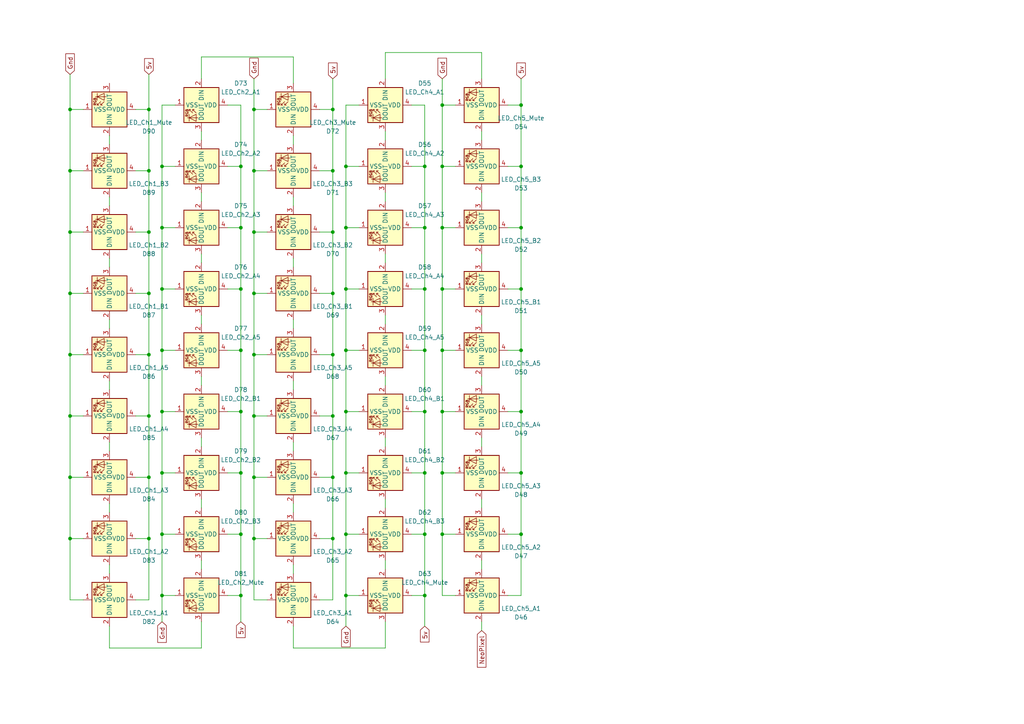
<source format=kicad_sch>
(kicad_sch (version 20231120) (generator "eeschema") (generator_version "8.0")
  (paper "A4")
  (lib_symbols
    (symbol "LED:LiteOn_LTST-E563C"
      (property "Reference" "D" (at 5.08 5.715 0))
      (property "Value" "LiteOn_LTST-E563C" (at 1.27 -5.715 0))
      (symbol "LiteOn_LTST-E563C_0_0"
        (text "RGB" (at 2.286 -4.191 0) (effects (font (size 0.762 0.762))))
      )
      (symbol "LiteOn_LTST-E563C_0_1"
        (polyline (pts (xy 1.27 -3.556) (xy 1.778 -3.556)))
        (polyline (pts (xy 1.27 -2.54) (xy 1.778 -2.54)))
        (polyline (pts (xy 4.699 -3.556) (xy 2.667 -3.556)))
        (polyline (pts (xy 2.286 -2.54) (xy 1.27 -3.556) (xy 1.27 -3.048)))
        (polyline (pts (xy 2.286 -1.524) (xy 1.27 -2.54) (xy 1.27 -2.032)))
        (polyline (pts (xy 3.683 -1.016) (xy 3.683 -3.556) (xy 3.683 -4.064)))
        (polyline (pts (xy 4.699 -1.524) (xy 2.667 -1.524) (xy 3.683 -3.556) (xy 4.699 -1.524)))
        (rectangle (start 5.08 5.08) (end -5.08 -5.08) (stroke (width 0.254)) (fill (type background)))
      )
      (symbol "LiteOn_LTST-E563C_1_1"
        (pin power_in line (at 0 -7.62 90) (length 2.54) (name "VSS") (number "1"))
        (pin input line (at -7.62 0 0) (length 2.54) (name "DIN") (number "2"))
        (pin output line (at 7.62 0 180) (length 2.54) (name "DOUT") (number "3"))
        (pin power_in line (at 0 7.62 270) (length 2.54) (name "VDD") (number "4"))
      )
    )
  )
  (junction (at 96.52 138.43))
  (junction (at 100.33 154.94))
  (junction (at 123.19 83.82))
  (junction (at 20.32 67.31))
  (junction (at 43.18 102.87))
  (junction (at 43.18 156.21))
  (junction (at 46.99 48.26))
  (junction (at 73.66 120.65))
  (junction (at 69.85 48.26))
  (junction (at 123.19 66.04))
  (junction (at 123.19 48.26))
  (junction (at 100.33 119.38))
  (junction (at 69.85 83.82))
  (junction (at 46.99 83.82))
  (junction (at 100.33 48.26))
  (junction (at 100.33 83.82))
  (junction (at 151.13 83.82))
  (junction (at 128.27 119.38))
  (junction (at 73.66 85.09))
  (junction (at 43.18 31.75))
  (junction (at 20.32 85.09))
  (junction (at 151.13 66.04))
  (junction (at 43.18 120.65))
  (junction (at 128.27 137.16))
  (junction (at 20.32 120.65))
  (junction (at 20.32 138.43))
  (junction (at 128.27 83.82))
  (junction (at 96.52 31.75))
  (junction (at 46.99 137.16))
  (junction (at 96.52 49.53))
  (junction (at 73.66 31.75))
  (junction (at 151.13 137.16))
  (junction (at 151.13 30.48))
  (junction (at 69.85 172.72))
  (junction (at 69.85 137.16))
  (junction (at 96.52 67.31))
  (junction (at 46.99 66.04))
  (junction (at 46.99 101.6))
  (junction (at 69.85 101.6))
  (junction (at 96.52 156.21))
  (junction (at 43.18 85.09))
  (junction (at 100.33 172.72))
  (junction (at 151.13 48.26))
  (junction (at 151.13 119.38))
  (junction (at 128.27 101.6))
  (junction (at 73.66 156.21))
  (junction (at 46.99 154.94))
  (junction (at 73.66 138.43))
  (junction (at 128.27 154.94))
  (junction (at 96.52 120.65))
  (junction (at 100.33 137.16))
  (junction (at 96.52 85.09))
  (junction (at 151.13 154.94))
  (junction (at 20.32 31.75))
  (junction (at 69.85 154.94))
  (junction (at 96.52 102.87))
  (junction (at 69.85 119.38))
  (junction (at 128.27 30.48))
  (junction (at 43.18 49.53))
  (junction (at 20.32 49.53))
  (junction (at 123.19 119.38))
  (junction (at 43.18 138.43))
  (junction (at 123.19 172.72))
  (junction (at 46.99 119.38))
  (junction (at 100.33 66.04))
  (junction (at 46.99 172.72))
  (junction (at 123.19 101.6))
  (junction (at 73.66 49.53))
  (junction (at 43.18 67.31))
  (junction (at 123.19 137.16))
  (junction (at 20.32 156.21))
  (junction (at 123.19 154.94))
  (junction (at 73.66 67.31))
  (junction (at 128.27 48.26))
  (junction (at 69.85 66.04))
  (junction (at 100.33 101.6))
  (junction (at 128.27 66.04))
  (junction (at 73.66 102.87))
  (junction (at 151.13 101.6))
  (junction (at 20.32 102.87))
  (wire (pts (xy 96.52 138.43) (xy 96.52 156.21)))
  (wire (pts (xy 119.38 172.72) (xy 123.19 172.72)))
  (wire (pts (xy 39.37 120.65) (xy 43.18 120.65)))
  (wire (pts (xy 147.32 48.26) (xy 151.13 48.26)))
  (wire (pts (xy 96.52 85.09) (xy 96.52 102.87)))
  (wire (pts (xy 73.66 49.53) (xy 77.47 49.53)))
  (wire (pts (xy 31.75 163.83) (xy 31.75 166.37)))
  (wire (pts (xy 139.7 38.1) (xy 139.7 40.64)))
  (wire (pts (xy 39.37 31.75) (xy 43.18 31.75)))
  (wire (pts (xy 128.27 48.26) (xy 132.08 48.26)))
  (wire (pts (xy 85.09 146.05) (xy 85.09 148.59)))
  (wire (pts (xy 20.32 173.99) (xy 24.13 173.99)))
  (wire (pts (xy 66.04 66.04) (xy 69.85 66.04)))
  (wire (pts (xy 73.66 138.43) (xy 73.66 156.21)))
  (wire (pts (xy 73.66 120.65) (xy 73.66 138.43)))
  (wire (pts (xy 39.37 67.31) (xy 43.18 67.31)))
  (wire (pts (xy 69.85 137.16) (xy 69.85 119.38)))
  (wire (pts (xy 92.71 156.21) (xy 96.52 156.21)))
  (wire (pts (xy 85.09 163.83) (xy 85.09 166.37)))
  (wire (pts (xy 46.99 172.72) (xy 46.99 154.94)))
  (wire (pts (xy 128.27 119.38) (xy 132.08 119.38)))
  (wire (pts (xy 147.32 101.6) (xy 151.13 101.6)))
  (wire (pts (xy 73.66 49.53) (xy 73.66 67.31)))
  (wire (pts (xy 96.52 67.31) (xy 96.52 85.09)))
  (wire (pts (xy 96.52 102.87) (xy 96.52 120.65)))
  (wire (pts (xy 46.99 83.82) (xy 46.99 66.04)))
  (wire (pts (xy 100.33 101.6) (xy 100.33 83.82)))
  (wire (pts (xy 100.33 30.48) (xy 104.14 30.48)))
  (wire (pts (xy 58.42 187.96) (xy 58.42 180.34)))
  (wire (pts (xy 151.13 22.86) (xy 151.13 30.48)))
  (wire (pts (xy 139.7 73.66) (xy 139.7 76.2)))
  (wire (pts (xy 31.75 181.61) (xy 31.75 187.96)))
  (wire (pts (xy 100.33 154.94) (xy 100.33 137.16)))
  (wire (pts (xy 151.13 48.26) (xy 151.13 66.04)))
  (wire (pts (xy 119.38 154.94) (xy 123.19 154.94)))
  (wire (pts (xy 46.99 119.38) (xy 46.99 101.6)))
  (wire (pts (xy 111.76 40.64) (xy 111.76 38.1)))
  (wire (pts (xy 66.04 119.38) (xy 69.85 119.38)))
  (wire (pts (xy 85.09 110.49) (xy 85.09 113.03)))
  (wire (pts (xy 128.27 101.6) (xy 128.27 119.38)))
  (wire (pts (xy 123.19 172.72) (xy 123.19 154.94)))
  (wire (pts (xy 139.7 144.78) (xy 139.7 147.32)))
  (wire (pts (xy 69.85 48.26) (xy 69.85 30.48)))
  (wire (pts (xy 139.7 109.22) (xy 139.7 111.76)))
  (wire (pts (xy 92.71 85.09) (xy 96.52 85.09)))
  (wire (pts (xy 46.99 101.6) (xy 46.99 83.82)))
  (wire (pts (xy 66.04 137.16) (xy 69.85 137.16)))
  (wire (pts (xy 128.27 83.82) (xy 128.27 101.6)))
  (wire (pts (xy 20.32 67.31) (xy 20.32 85.09)))
  (wire (pts (xy 128.27 137.16) (xy 128.27 154.94)))
  (wire (pts (xy 111.76 58.42) (xy 111.76 55.88)))
  (wire (pts (xy 46.99 172.72) (xy 46.99 180.34)))
  (wire (pts (xy 123.19 172.72) (xy 123.19 181.61)))
  (wire (pts (xy 39.37 156.21) (xy 43.18 156.21)))
  (wire (pts (xy 92.71 49.53) (xy 96.52 49.53)))
  (wire (pts (xy 100.33 83.82) (xy 104.14 83.82)))
  (wire (pts (xy 151.13 101.6) (xy 151.13 119.38)))
  (wire (pts (xy 69.85 66.04) (xy 69.85 48.26)))
  (wire (pts (xy 46.99 101.6) (xy 50.8 101.6)))
  (wire (pts (xy 111.76 15.24) (xy 139.7 15.24)))
  (wire (pts (xy 20.32 102.87) (xy 20.32 120.65)))
  (wire (pts (xy 31.75 187.96) (xy 58.42 187.96)))
  (wire (pts (xy 100.33 48.26) (xy 100.33 30.48)))
  (wire (pts (xy 43.18 67.31) (xy 43.18 85.09)))
  (wire (pts (xy 46.99 137.16) (xy 50.8 137.16)))
  (wire (pts (xy 128.27 154.94) (xy 128.27 172.72)))
  (wire (pts (xy 58.42 111.76) (xy 58.42 109.22)))
  (wire (pts (xy 128.27 101.6) (xy 132.08 101.6)))
  (wire (pts (xy 73.66 102.87) (xy 73.66 120.65)))
  (wire (pts (xy 20.32 49.53) (xy 24.13 49.53)))
  (wire (pts (xy 46.99 30.48) (xy 50.8 30.48)))
  (wire (pts (xy 69.85 119.38) (xy 69.85 101.6)))
  (wire (pts (xy 46.99 48.26) (xy 46.99 30.48)))
  (wire (pts (xy 111.76 187.96) (xy 111.76 180.34)))
  (wire (pts (xy 96.52 173.99) (xy 92.71 173.99)))
  (wire (pts (xy 20.32 67.31) (xy 24.13 67.31)))
  (wire (pts (xy 128.27 48.26) (xy 128.27 66.04)))
  (wire (pts (xy 119.38 83.82) (xy 123.19 83.82)))
  (wire (pts (xy 147.32 119.38) (xy 151.13 119.38)))
  (wire (pts (xy 111.76 93.98) (xy 111.76 91.44)))
  (wire (pts (xy 69.85 172.72) (xy 69.85 154.94)))
  (wire (pts (xy 46.99 48.26) (xy 50.8 48.26)))
  (wire (pts (xy 73.66 173.99) (xy 77.47 173.99)))
  (wire (pts (xy 96.52 49.53) (xy 96.52 67.31)))
  (wire (pts (xy 73.66 85.09) (xy 73.66 102.87)))
  (wire (pts (xy 20.32 102.87) (xy 24.13 102.87)))
  (wire (pts (xy 92.71 67.31) (xy 96.52 67.31)))
  (wire (pts (xy 20.32 31.75) (xy 20.32 49.53)))
  (wire (pts (xy 73.66 31.75) (xy 77.47 31.75)))
  (wire (pts (xy 73.66 138.43) (xy 77.47 138.43)))
  (wire (pts (xy 100.33 119.38) (xy 104.14 119.38)))
  (wire (pts (xy 66.04 172.72) (xy 69.85 172.72)))
  (wire (pts (xy 31.75 110.49) (xy 31.75 113.03)))
  (wire (pts (xy 151.13 137.16) (xy 151.13 154.94)))
  (wire (pts (xy 31.75 146.05) (xy 31.75 148.59)))
  (wire (pts (xy 20.32 85.09) (xy 24.13 85.09)))
  (wire (pts (xy 111.76 76.2) (xy 111.76 73.66)))
  (wire (pts (xy 128.27 172.72) (xy 132.08 172.72)))
  (wire (pts (xy 66.04 48.26) (xy 69.85 48.26)))
  (wire (pts (xy 96.52 31.75) (xy 96.52 49.53)))
  (wire (pts (xy 139.7 15.24) (xy 139.7 22.86)))
  (wire (pts (xy 20.32 138.43) (xy 20.32 156.21)))
  (wire (pts (xy 85.09 128.27) (xy 85.09 130.81)))
  (wire (pts (xy 39.37 102.87) (xy 43.18 102.87)))
  (wire (pts (xy 43.18 49.53) (xy 43.18 67.31)))
  (wire (pts (xy 20.32 138.43) (xy 24.13 138.43)))
  (wire (pts (xy 66.04 101.6) (xy 69.85 101.6)))
  (wire (pts (xy 20.32 156.21) (xy 24.13 156.21)))
  (wire (pts (xy 119.38 137.16) (xy 123.19 137.16)))
  (wire (pts (xy 39.37 49.53) (xy 43.18 49.53)))
  (wire (pts (xy 151.13 66.04) (xy 151.13 83.82)))
  (wire (pts (xy 100.33 137.16) (xy 100.33 119.38)))
  (wire (pts (xy 43.18 31.75) (xy 43.18 49.53)))
  (wire (pts (xy 85.09 39.37) (xy 85.09 41.91)))
  (wire (pts (xy 46.99 119.38) (xy 50.8 119.38)))
  (wire (pts (xy 46.99 154.94) (xy 46.99 137.16)))
  (wire (pts (xy 100.33 172.72) (xy 100.33 181.61)))
  (wire (pts (xy 128.27 119.38) (xy 128.27 137.16)))
  (wire (pts (xy 66.04 83.82) (xy 69.85 83.82)))
  (wire (pts (xy 123.19 154.94) (xy 123.19 137.16)))
  (wire (pts (xy 46.99 66.04) (xy 50.8 66.04)))
  (wire (pts (xy 151.13 30.48) (xy 151.13 48.26)))
  (wire (pts (xy 43.18 173.99) (xy 39.37 173.99)))
  (wire (pts (xy 123.19 137.16) (xy 123.19 119.38)))
  (wire (pts (xy 43.18 102.87) (xy 43.18 120.65)))
  (wire (pts (xy 147.32 137.16) (xy 151.13 137.16)))
  (wire (pts (xy 100.33 172.72) (xy 104.14 172.72)))
  (wire (pts (xy 69.85 101.6) (xy 69.85 83.82)))
  (wire (pts (xy 43.18 120.65) (xy 43.18 138.43)))
  (wire (pts (xy 73.66 120.65) (xy 77.47 120.65)))
  (wire (pts (xy 96.52 156.21) (xy 96.52 173.99)))
  (wire (pts (xy 58.42 76.2) (xy 58.42 73.66)))
  (wire (pts (xy 73.66 102.87) (xy 77.47 102.87)))
  (wire (pts (xy 31.75 92.71) (xy 31.75 95.25)))
  (wire (pts (xy 85.09 187.96) (xy 111.76 187.96)))
  (wire (pts (xy 20.32 120.65) (xy 24.13 120.65)))
  (wire (pts (xy 100.33 48.26) (xy 104.14 48.26)))
  (wire (pts (xy 123.19 101.6) (xy 123.19 83.82)))
  (wire (pts (xy 31.75 57.15) (xy 31.75 59.69)))
  (wire (pts (xy 111.76 129.54) (xy 111.76 127)))
  (wire (pts (xy 92.71 138.43) (xy 96.52 138.43)))
  (wire (pts (xy 92.71 120.65) (xy 96.52 120.65)))
  (wire (pts (xy 20.32 21.59) (xy 20.32 31.75)))
  (wire (pts (xy 119.38 119.38) (xy 123.19 119.38)))
  (wire (pts (xy 39.37 138.43) (xy 43.18 138.43)))
  (wire (pts (xy 147.32 154.94) (xy 151.13 154.94)))
  (wire (pts (xy 128.27 30.48) (xy 128.27 48.26)))
  (wire (pts (xy 128.27 66.04) (xy 132.08 66.04)))
  (wire (pts (xy 31.75 128.27) (xy 31.75 130.81)))
  (wire (pts (xy 96.52 120.65) (xy 96.52 138.43)))
  (wire (pts (xy 100.33 101.6) (xy 104.14 101.6)))
  (wire (pts (xy 119.38 48.26) (xy 123.19 48.26)))
  (wire (pts (xy 39.37 85.09) (xy 43.18 85.09)))
  (wire (pts (xy 123.19 48.26) (xy 123.19 30.48)))
  (wire (pts (xy 139.7 91.44) (xy 139.7 93.98)))
  (wire (pts (xy 100.33 119.38) (xy 100.33 101.6)))
  (wire (pts (xy 119.38 101.6) (xy 123.19 101.6)))
  (wire (pts (xy 151.13 172.72) (xy 147.32 172.72)))
  (wire (pts (xy 69.85 154.94) (xy 69.85 137.16)))
  (wire (pts (xy 31.75 74.93) (xy 31.75 77.47)))
  (wire (pts (xy 58.42 165.1) (xy 58.42 162.56)))
  (wire (pts (xy 73.66 156.21) (xy 77.47 156.21)))
  (wire (pts (xy 46.99 137.16) (xy 46.99 119.38)))
  (wire (pts (xy 111.76 22.86) (xy 111.76 15.24)))
  (wire (pts (xy 123.19 83.82) (xy 123.19 66.04)))
  (wire (pts (xy 58.42 58.42) (xy 58.42 55.88)))
  (wire (pts (xy 151.13 119.38) (xy 151.13 137.16)))
  (wire (pts (xy 58.42 147.32) (xy 58.42 144.78)))
  (wire (pts (xy 147.32 66.04) (xy 151.13 66.04)))
  (wire (pts (xy 85.09 181.61) (xy 85.09 187.96)))
  (wire (pts (xy 20.32 156.21) (xy 20.32 173.99)))
  (wire (pts (xy 100.33 137.16) (xy 104.14 137.16)))
  (wire (pts (xy 139.7 55.88) (xy 139.7 58.42)))
  (wire (pts (xy 123.19 119.38) (xy 123.19 101.6)))
  (wire (pts (xy 128.27 154.94) (xy 132.08 154.94)))
  (wire (pts (xy 46.99 83.82) (xy 50.8 83.82)))
  (wire (pts (xy 73.66 67.31) (xy 73.66 85.09)))
  (wire (pts (xy 85.09 74.93) (xy 85.09 77.47)))
  (wire (pts (xy 46.99 154.94) (xy 50.8 154.94)))
  (wire (pts (xy 128.27 22.86) (xy 128.27 30.48)))
  (wire (pts (xy 31.75 39.37) (xy 31.75 41.91)))
  (wire (pts (xy 20.32 49.53) (xy 20.32 67.31)))
  (wire (pts (xy 43.18 138.43) (xy 43.18 156.21)))
  (wire (pts (xy 139.7 162.56) (xy 139.7 165.1)))
  (wire (pts (xy 128.27 83.82) (xy 132.08 83.82)))
  (wire (pts (xy 46.99 66.04) (xy 46.99 48.26)))
  (wire (pts (xy 151.13 83.82) (xy 151.13 101.6)))
  (wire (pts (xy 43.18 21.59) (xy 43.18 31.75)))
  (wire (pts (xy 100.33 83.82) (xy 100.33 66.04)))
  (wire (pts (xy 151.13 154.94) (xy 151.13 172.72)))
  (wire (pts (xy 73.66 85.09) (xy 77.47 85.09)))
  (wire (pts (xy 128.27 66.04) (xy 128.27 83.82)))
  (wire (pts (xy 100.33 66.04) (xy 100.33 48.26)))
  (wire (pts (xy 111.76 111.76) (xy 111.76 109.22)))
  (wire (pts (xy 73.66 31.75) (xy 73.66 49.53)))
  (wire (pts (xy 58.42 22.86) (xy 58.42 16.51)))
  (wire (pts (xy 85.09 16.51) (xy 85.09 24.13)))
  (wire (pts (xy 43.18 156.21) (xy 43.18 173.99)))
  (wire (pts (xy 119.38 66.04) (xy 123.19 66.04)))
  (wire (pts (xy 73.66 156.21) (xy 73.66 173.99)))
  (wire (pts (xy 58.42 40.64) (xy 58.42 38.1)))
  (wire (pts (xy 128.27 30.48) (xy 132.08 30.48)))
  (wire (pts (xy 69.85 30.48) (xy 66.04 30.48)))
  (wire (pts (xy 85.09 57.15) (xy 85.09 59.69)))
  (wire (pts (xy 123.19 30.48) (xy 119.38 30.48)))
  (wire (pts (xy 58.42 93.98) (xy 58.42 91.44)))
  (wire (pts (xy 111.76 147.32) (xy 111.76 144.78)))
  (wire (pts (xy 96.52 22.86) (xy 96.52 31.75)))
  (wire (pts (xy 69.85 172.72) (xy 69.85 180.34)))
  (wire (pts (xy 147.32 83.82) (xy 151.13 83.82)))
  (wire (pts (xy 100.33 154.94) (xy 104.14 154.94)))
  (wire (pts (xy 73.66 22.86) (xy 73.66 31.75)))
  (wire (pts (xy 46.99 172.72) (xy 50.8 172.72)))
  (wire (pts (xy 147.32 30.48) (xy 151.13 30.48)))
  (wire (pts (xy 58.42 129.54) (xy 58.42 127)))
  (wire (pts (xy 123.19 66.04) (xy 123.19 48.26)))
  (wire (pts (xy 92.71 31.75) (xy 96.52 31.75)))
  (wire (pts (xy 20.32 120.65) (xy 20.32 138.43)))
  (wire (pts (xy 139.7 127) (xy 139.7 129.54)))
  (wire (pts (xy 20.32 85.09) (xy 20.32 102.87)))
  (wire (pts (xy 58.42 16.51) (xy 85.09 16.51)))
  (wire (pts (xy 43.18 85.09) (xy 43.18 102.87)))
  (wire (pts (xy 92.71 102.87) (xy 96.52 102.87)))
  (wire (pts (xy 139.7 180.34) (xy 139.7 182.88)))
  (wire (pts (xy 20.32 31.75) (xy 24.13 31.75)))
  (wire (pts (xy 69.85 83.82) (xy 69.85 66.04)))
  (wire (pts (xy 128.27 137.16) (xy 132.08 137.16)))
  (wire (pts (xy 66.04 154.94) (xy 69.85 154.94)))
  (wire (pts (xy 100.33 66.04) (xy 104.14 66.04)))
  (wire (pts (xy 85.09 92.71) (xy 85.09 95.25)))
  (wire (pts (xy 111.76 165.1) (xy 111.76 162.56)))
  (wire (pts (xy 100.33 172.72) (xy 100.33 154.94)))
  (wire (pts (xy 73.66 67.31) (xy 77.47 67.31)))
  (global_label "5v" (shape input) (at 43.18 21.59 90) (property "Intersheetrefs" "${INTERSHEET_REFS}" (effects (hide yes))))
  (global_label "Gnd" (shape input) (at 128.27 22.86 90) (property "Intersheetrefs" "${INTERSHEET_REFS}" (effects (hide yes))))
  (global_label "5v" (shape input) (at 151.13 22.86 90) (property "Intersheetrefs" "${INTERSHEET_REFS}" (effects (hide yes))))
  (global_label "5v" (shape input) (at 96.52 22.86 90) (property "Intersheetrefs" "${INTERSHEET_REFS}" (effects (hide yes))))
  (global_label "5v" (shape input) (at 123.19 181.61 270) (property "Intersheetrefs" "${INTERSHEET_REFS}" (effects (hide yes))))
  (global_label "Gnd" (shape input) (at 73.66 22.86 90) (property "Intersheetrefs" "${INTERSHEET_REFS}" (effects (hide yes))))
  (global_label "Gnd" (shape input) (at 20.32 21.59 90) (property "Intersheetrefs" "${INTERSHEET_REFS}" (effects (hide yes))))
  (global_label "Gnd" (shape input) (at 100.33 181.61 270) (property "Intersheetrefs" "${INTERSHEET_REFS}" (effects (hide yes))))
  (global_label "NeoPixel" (shape input) (at 139.7 182.88 270) (property "Intersheetrefs" "${INTERSHEET_REFS}" (effects (hide yes))))
  (global_label "Gnd" (shape input) (at 46.99 180.34 270) (property "Intersheetrefs" "${INTERSHEET_REFS}" (effects (hide yes))))
  (global_label "5v" (shape input) (at 69.85 180.34 270) (property "Intersheetrefs" "${INTERSHEET_REFS}" (effects (hide yes))))
  (symbol (lib_id "LED:LiteOn_LTST-E563C") (at 58.42 83.82 270) (unit 1)
    (property "Reference" "D76" (at 69.85 77.5014 90))
    (property "Value" "LED_Ch2_A4" (at 69.85 80.0414 90))
    (property "Footprint" "LED_SMD:LED_LiteOn_LTST-E563C_PLCC4_5.0x5.0mm_P3.2mm_HandSoldering" (effects (hide yes)))
    (property "Datasheet" "https://optoelectronics.liteon.com/upload/download/DS35-2018-0092/LTST-E563CHEGBW-AW.PDF" (effects (hide yes)))
    (property "Description" "5x5mm RGB LED with integrated controller" (effects (hide yes)))
  )
  (symbol (lib_id "LED:LiteOn_LTST-E563C") (at 58.42 137.16 270) (unit 1)
    (property "Reference" "D79" (at 69.85 130.8414 90))
    (property "Value" "LED_Ch2_B2" (at 69.85 133.3814 90))
    (property "Footprint" "LED_SMD:LED_LiteOn_LTST-E563C_PLCC4_5.0x5.0mm_P3.2mm_HandSoldering" (effects (hide yes)))
    (property "Datasheet" "https://optoelectronics.liteon.com/upload/download/DS35-2018-0092/LTST-E563CHEGBW-AW.PDF" (effects (hide yes)))
    (property "Description" "5x5mm RGB LED with integrated controller" (effects (hide yes)))
  )
  (symbol (lib_id "LED:LiteOn_LTST-E563C") (at 85.09 156.21 270) (mirror x) (unit 1)
    (property "Reference" "D65" (at 96.52 162.5286 90))
    (property "Value" "LED_Ch3_A2" (at 96.52 159.9886 90))
    (property "Footprint" "LED_SMD:LED_LiteOn_LTST-E563C_PLCC4_5.0x5.0mm_P3.2mm_HandSoldering" (effects (hide yes)))
    (property "Datasheet" "https://optoelectronics.liteon.com/upload/download/DS35-2018-0092/LTST-E563CHEGBW-AW.PDF" (effects (hide yes)))
    (property "Description" "5x5mm RGB LED with integrated controller" (effects (hide yes)))
  )
  (symbol (lib_id "LED:LiteOn_LTST-E563C") (at 139.7 101.6 270) (mirror x) (unit 1)
    (property "Reference" "D50" (at 151.13 107.9186 90))
    (property "Value" "LED_Ch5_A5" (at 151.13 105.3786 90))
    (property "Footprint" "LED_SMD:LED_LiteOn_LTST-E563C_PLCC4_5.0x5.0mm_P3.2mm_HandSoldering" (effects (hide yes)))
    (property "Datasheet" "https://optoelectronics.liteon.com/upload/download/DS35-2018-0092/LTST-E563CHEGBW-AW.PDF" (effects (hide yes)))
    (property "Description" "5x5mm RGB LED with integrated controller" (effects (hide yes)))
  )
  (symbol (lib_id "LED:LiteOn_LTST-E563C") (at 31.75 85.09 270) (mirror x) (unit 1)
    (property "Reference" "D87" (at 43.18 91.4086 90))
    (property "Value" "LED_Ch1_B1" (at 43.18 88.8686 90))
    (property "Footprint" "LED_SMD:LED_LiteOn_LTST-E563C_PLCC4_5.0x5.0mm_P3.2mm_HandSoldering" (effects (hide yes)))
    (property "Datasheet" "https://optoelectronics.liteon.com/upload/download/DS35-2018-0092/LTST-E563CHEGBW-AW.PDF" (effects (hide yes)))
    (property "Description" "5x5mm RGB LED with integrated controller" (effects (hide yes)))
  )
  (symbol (lib_id "LED:LiteOn_LTST-E563C") (at 111.76 101.6 270) (unit 1)
    (property "Reference" "D59" (at 123.19 95.2814 90))
    (property "Value" "LED_Ch4_A5" (at 123.19 97.8214 90))
    (property "Footprint" "LED_SMD:LED_LiteOn_LTST-E563C_PLCC4_5.0x5.0mm_P3.2mm_HandSoldering" (effects (hide yes)))
    (property "Datasheet" "https://optoelectronics.liteon.com/upload/download/DS35-2018-0092/LTST-E563CHEGBW-AW.PDF" (effects (hide yes)))
    (property "Description" "5x5mm RGB LED with integrated controller" (effects (hide yes)))
  )
  (symbol (lib_id "LED:LiteOn_LTST-E563C") (at 139.7 172.72 270) (mirror x) (unit 1)
    (property "Reference" "D46" (at 151.13 179.0386 90))
    (property "Value" "LED_Ch5_A1" (at 151.13 176.4986 90))
    (property "Footprint" "LED_SMD:LED_LiteOn_LTST-E563C_PLCC4_5.0x5.0mm_P3.2mm_HandSoldering" (effects (hide yes)))
    (property "Datasheet" "https://optoelectronics.liteon.com/upload/download/DS35-2018-0092/LTST-E563CHEGBW-AW.PDF" (effects (hide yes)))
    (property "Description" "5x5mm RGB LED with integrated controller" (effects (hide yes)))
  )
  (symbol (lib_id "LED:LiteOn_LTST-E563C") (at 85.09 67.31 270) (mirror x) (unit 1)
    (property "Reference" "D70" (at 96.52 73.6286 90))
    (property "Value" "LED_Ch3_B2" (at 96.52 71.0886 90))
    (property "Footprint" "LED_SMD:LED_LiteOn_LTST-E563C_PLCC4_5.0x5.0mm_P3.2mm_HandSoldering" (effects (hide yes)))
    (property "Datasheet" "https://optoelectronics.liteon.com/upload/download/DS35-2018-0092/LTST-E563CHEGBW-AW.PDF" (effects (hide yes)))
    (property "Description" "5x5mm RGB LED with integrated controller" (effects (hide yes)))
  )
  (symbol (lib_id "LED:LiteOn_LTST-E563C") (at 31.75 173.99 270) (mirror x) (unit 1)
    (property "Reference" "D82" (at 43.18 180.3086 90))
    (property "Value" "LED_Ch1_A1" (at 43.18 177.7686 90))
    (property "Footprint" "LED_SMD:LED_LiteOn_LTST-E563C_PLCC4_5.0x5.0mm_P3.2mm_HandSoldering" (effects (hide yes)))
    (property "Datasheet" "https://optoelectronics.liteon.com/upload/download/DS35-2018-0092/LTST-E563CHEGBW-AW.PDF" (effects (hide yes)))
    (property "Description" "5x5mm RGB LED with integrated controller" (effects (hide yes)))
  )
  (symbol (lib_id "LED:LiteOn_LTST-E563C") (at 58.42 154.94 270) (unit 1)
    (property "Reference" "D80" (at 69.85 148.6214 90))
    (property "Value" "LED_Ch2_B3" (at 69.85 151.1614 90))
    (property "Footprint" "LED_SMD:LED_LiteOn_LTST-E563C_PLCC4_5.0x5.0mm_P3.2mm_HandSoldering" (effects (hide yes)))
    (property "Datasheet" "https://optoelectronics.liteon.com/upload/download/DS35-2018-0092/LTST-E563CHEGBW-AW.PDF" (effects (hide yes)))
    (property "Description" "5x5mm RGB LED with integrated controller" (effects (hide yes)))
  )
  (symbol (lib_id "LED:LiteOn_LTST-E563C") (at 85.09 173.99 270) (mirror x) (unit 1)
    (property "Reference" "D64" (at 96.52 180.3086 90))
    (property "Value" "LED_Ch3_A1" (at 96.52 177.7686 90))
    (property "Footprint" "LED_SMD:LED_LiteOn_LTST-E563C_PLCC4_5.0x5.0mm_P3.2mm_HandSoldering" (effects (hide yes)))
    (property "Datasheet" "https://optoelectronics.liteon.com/upload/download/DS35-2018-0092/LTST-E563CHEGBW-AW.PDF" (effects (hide yes)))
    (property "Description" "5x5mm RGB LED with integrated controller" (effects (hide yes)))
  )
  (symbol (lib_id "LED:LiteOn_LTST-E563C") (at 85.09 120.65 270) (mirror x) (unit 1)
    (property "Reference" "D67" (at 96.52 126.9686 90))
    (property "Value" "LED_Ch3_A4" (at 96.52 124.4286 90))
    (property "Footprint" "LED_SMD:LED_LiteOn_LTST-E563C_PLCC4_5.0x5.0mm_P3.2mm_HandSoldering" (effects (hide yes)))
    (property "Datasheet" "https://optoelectronics.liteon.com/upload/download/DS35-2018-0092/LTST-E563CHEGBW-AW.PDF" (effects (hide yes)))
    (property "Description" "5x5mm RGB LED with integrated controller" (effects (hide yes)))
  )
  (symbol (lib_id "LED:LiteOn_LTST-E563C") (at 85.09 31.75 270) (mirror x) (unit 1)
    (property "Reference" "D72" (at 96.52 38.0686 90))
    (property "Value" "LED_Ch3_Mute" (at 96.52 35.5286 90))
    (property "Footprint" "LED_SMD:LED_LiteOn_LTST-E563C_PLCC4_5.0x5.0mm_P3.2mm_HandSoldering" (effects (hide yes)))
    (property "Datasheet" "https://optoelectronics.liteon.com/upload/download/DS35-2018-0092/LTST-E563CHEGBW-AW.PDF" (effects (hide yes)))
    (property "Description" "5x5mm RGB LED with integrated controller" (effects (hide yes)))
  )
  (symbol (lib_id "LED:LiteOn_LTST-E563C") (at 85.09 85.09 270) (mirror x) (unit 1)
    (property "Reference" "D69" (at 96.52 91.4086 90))
    (property "Value" "LED_Ch3_B1" (at 96.52 88.8686 90))
    (property "Footprint" "LED_SMD:LED_LiteOn_LTST-E563C_PLCC4_5.0x5.0mm_P3.2mm_HandSoldering" (effects (hide yes)))
    (property "Datasheet" "https://optoelectronics.liteon.com/upload/download/DS35-2018-0092/LTST-E563CHEGBW-AW.PDF" (effects (hide yes)))
    (property "Description" "5x5mm RGB LED with integrated controller" (effects (hide yes)))
  )
  (symbol (lib_id "LED:LiteOn_LTST-E563C") (at 139.7 66.04 270) (mirror x) (unit 1)
    (property "Reference" "D52" (at 151.13 72.3586 90))
    (property "Value" "LED_Ch5_B2" (at 151.13 69.8186 90))
    (property "Footprint" "LED_SMD:LED_LiteOn_LTST-E563C_PLCC4_5.0x5.0mm_P3.2mm_HandSoldering" (effects (hide yes)))
    (property "Datasheet" "https://optoelectronics.liteon.com/upload/download/DS35-2018-0092/LTST-E563CHEGBW-AW.PDF" (effects (hide yes)))
    (property "Description" "5x5mm RGB LED with integrated controller" (effects (hide yes)))
  )
  (symbol (lib_id "LED:LiteOn_LTST-E563C") (at 111.76 172.72 270) (unit 1)
    (property "Reference" "D63" (at 123.19 166.4014 90))
    (property "Value" "LED_Ch4_Mute" (at 123.19 168.9414 90))
    (property "Footprint" "LED_SMD:LED_LiteOn_LTST-E563C_PLCC4_5.0x5.0mm_P3.2mm_HandSoldering" (effects (hide yes)))
    (property "Datasheet" "https://optoelectronics.liteon.com/upload/download/DS35-2018-0092/LTST-E563CHEGBW-AW.PDF" (effects (hide yes)))
    (property "Description" "5x5mm RGB LED with integrated controller" (effects (hide yes)))
  )
  (symbol (lib_id "LED:LiteOn_LTST-E563C") (at 139.7 137.16 270) (mirror x) (unit 1)
    (property "Reference" "D48" (at 151.13 143.4786 90))
    (property "Value" "LED_Ch5_A3" (at 151.13 140.9386 90))
    (property "Footprint" "LED_SMD:LED_LiteOn_LTST-E563C_PLCC4_5.0x5.0mm_P3.2mm_HandSoldering" (effects (hide yes)))
    (property "Datasheet" "https://optoelectronics.liteon.com/upload/download/DS35-2018-0092/LTST-E563CHEGBW-AW.PDF" (effects (hide yes)))
    (property "Description" "5x5mm RGB LED with integrated controller" (effects (hide yes)))
  )
  (symbol (lib_id "LED:LiteOn_LTST-E563C") (at 139.7 83.82 270) (mirror x) (unit 1)
    (property "Reference" "D51" (at 151.13 90.1386 90))
    (property "Value" "LED_Ch5_B1" (at 151.13 87.5986 90))
    (property "Footprint" "LED_SMD:LED_LiteOn_LTST-E563C_PLCC4_5.0x5.0mm_P3.2mm_HandSoldering" (effects (hide yes)))
    (property "Datasheet" "https://optoelectronics.liteon.com/upload/download/DS35-2018-0092/LTST-E563CHEGBW-AW.PDF" (effects (hide yes)))
    (property "Description" "5x5mm RGB LED with integrated controller" (effects (hide yes)))
  )
  (symbol (lib_id "LED:LiteOn_LTST-E563C") (at 111.76 48.26 270) (unit 1)
    (property "Reference" "D56" (at 123.19 41.9414 90))
    (property "Value" "LED_Ch4_A2" (at 123.19 44.4814 90))
    (property "Footprint" "LED_SMD:LED_LiteOn_LTST-E563C_PLCC4_5.0x5.0mm_P3.2mm_HandSoldering" (effects (hide yes)))
    (property "Datasheet" "https://optoelectronics.liteon.com/upload/download/DS35-2018-0092/LTST-E563CHEGBW-AW.PDF" (effects (hide yes)))
    (property "Description" "5x5mm RGB LED with integrated controller" (effects (hide yes)))
  )
  (symbol (lib_id "LED:LiteOn_LTST-E563C") (at 58.42 30.48 270) (unit 1)
    (property "Reference" "D73" (at 69.85 24.1614 90))
    (property "Value" "LED_Ch2_A1" (at 69.85 26.7014 90))
    (property "Footprint" "LED_SMD:LED_LiteOn_LTST-E563C_PLCC4_5.0x5.0mm_P3.2mm_HandSoldering" (effects (hide yes)))
    (property "Datasheet" "https://optoelectronics.liteon.com/upload/download/DS35-2018-0092/LTST-E563CHEGBW-AW.PDF" (effects (hide yes)))
    (property "Description" "5x5mm RGB LED with integrated controller" (effects (hide yes)))
  )
  (symbol (lib_id "LED:LiteOn_LTST-E563C") (at 139.7 30.48 270) (mirror x) (unit 1)
    (property "Reference" "D54" (at 151.13 36.7986 90))
    (property "Value" "LED_Ch5_Mute" (at 151.13 34.2586 90))
    (property "Footprint" "LED_SMD:LED_LiteOn_LTST-E563C_PLCC4_5.0x5.0mm_P3.2mm_HandSoldering" (effects (hide yes)))
    (property "Datasheet" "https://optoelectronics.liteon.com/upload/download/DS35-2018-0092/LTST-E563CHEGBW-AW.PDF" (effects (hide yes)))
    (property "Description" "5x5mm RGB LED with integrated controller" (effects (hide yes)))
  )
  (symbol (lib_id "LED:LiteOn_LTST-E563C") (at 85.09 138.43 270) (mirror x) (unit 1)
    (property "Reference" "D66" (at 96.52 144.7486 90))
    (property "Value" "LED_Ch3_A3" (at 96.52 142.2086 90))
    (property "Footprint" "LED_SMD:LED_LiteOn_LTST-E563C_PLCC4_5.0x5.0mm_P3.2mm_HandSoldering" (effects (hide yes)))
    (property "Datasheet" "https://optoelectronics.liteon.com/upload/download/DS35-2018-0092/LTST-E563CHEGBW-AW.PDF" (effects (hide yes)))
    (property "Description" "5x5mm RGB LED with integrated controller" (effects (hide yes)))
  )
  (symbol (lib_id "LED:LiteOn_LTST-E563C") (at 58.42 66.04 270) (unit 1)
    (property "Reference" "D75" (at 69.85 59.7214 90))
    (property "Value" "LED_Ch2_A3" (at 69.85 62.2614 90))
    (property "Footprint" "LED_SMD:LED_LiteOn_LTST-E563C_PLCC4_5.0x5.0mm_P3.2mm_HandSoldering" (effects (hide yes)))
    (property "Datasheet" "https://optoelectronics.liteon.com/upload/download/DS35-2018-0092/LTST-E563CHEGBW-AW.PDF" (effects (hide yes)))
    (property "Description" "5x5mm RGB LED with integrated controller" (effects (hide yes)))
  )
  (symbol (lib_id "LED:LiteOn_LTST-E563C") (at 85.09 102.87 270) (mirror x) (unit 1)
    (property "Reference" "D68" (at 96.52 109.1886 90))
    (property "Value" "LED_Ch3_A5" (at 96.52 106.6486 90))
    (property "Footprint" "LED_SMD:LED_LiteOn_LTST-E563C_PLCC4_5.0x5.0mm_P3.2mm_HandSoldering" (effects (hide yes)))
    (property "Datasheet" "https://optoelectronics.liteon.com/upload/download/DS35-2018-0092/LTST-E563CHEGBW-AW.PDF" (effects (hide yes)))
    (property "Description" "5x5mm RGB LED with integrated controller" (effects (hide yes)))
  )
  (symbol (lib_id "LED:LiteOn_LTST-E563C") (at 31.75 102.87 270) (mirror x) (unit 1)
    (property "Reference" "D86" (at 43.18 109.1886 90))
    (property "Value" "LED_Ch1_A5" (at 43.18 106.6486 90))
    (property "Footprint" "LED_SMD:LED_LiteOn_LTST-E563C_PLCC4_5.0x5.0mm_P3.2mm_HandSoldering" (effects (hide yes)))
    (property "Datasheet" "https://optoelectronics.liteon.com/upload/download/DS35-2018-0092/LTST-E563CHEGBW-AW.PDF" (effects (hide yes)))
    (property "Description" "5x5mm RGB LED with integrated controller" (effects (hide yes)))
  )
  (symbol (lib_id "LED:LiteOn_LTST-E563C") (at 31.75 138.43 270) (mirror x) (unit 1)
    (property "Reference" "D84" (at 43.18 144.7486 90))
    (property "Value" "LED_Ch1_A3" (at 43.18 142.2086 90))
    (property "Footprint" "LED_SMD:LED_LiteOn_LTST-E563C_PLCC4_5.0x5.0mm_P3.2mm_HandSoldering" (effects (hide yes)))
    (property "Datasheet" "https://optoelectronics.liteon.com/upload/download/DS35-2018-0092/LTST-E563CHEGBW-AW.PDF" (effects (hide yes)))
    (property "Description" "5x5mm RGB LED with integrated controller" (effects (hide yes)))
  )
  (symbol (lib_id "LED:LiteOn_LTST-E563C") (at 85.09 49.53 270) (mirror x) (unit 1)
    (property "Reference" "D71" (at 96.52 55.8486 90))
    (property "Value" "LED_Ch3_B3" (at 96.52 53.3086 90))
    (property "Footprint" "LED_SMD:LED_LiteOn_LTST-E563C_PLCC4_5.0x5.0mm_P3.2mm_HandSoldering" (effects (hide yes)))
    (property "Datasheet" "https://optoelectronics.liteon.com/upload/download/DS35-2018-0092/LTST-E563CHEGBW-AW.PDF" (effects (hide yes)))
    (property "Description" "5x5mm RGB LED with integrated controller" (effects (hide yes)))
  )
  (symbol (lib_id "LED:LiteOn_LTST-E563C") (at 111.76 66.04 270) (unit 1)
    (property "Reference" "D57" (at 123.19 59.7214 90))
    (property "Value" "LED_Ch4_A3" (at 123.19 62.2614 90))
    (property "Footprint" "LED_SMD:LED_LiteOn_LTST-E563C_PLCC4_5.0x5.0mm_P3.2mm_HandSoldering" (effects (hide yes)))
    (property "Datasheet" "https://optoelectronics.liteon.com/upload/download/DS35-2018-0092/LTST-E563CHEGBW-AW.PDF" (effects (hide yes)))
    (property "Description" "5x5mm RGB LED with integrated controller" (effects (hide yes)))
  )
  (symbol (lib_id "LED:LiteOn_LTST-E563C") (at 111.76 119.38 270) (unit 1)
    (property "Reference" "D60" (at 123.19 113.0614 90))
    (property "Value" "LED_Ch4_B1" (at 123.19 115.6014 90))
    (property "Footprint" "LED_SMD:LED_LiteOn_LTST-E563C_PLCC4_5.0x5.0mm_P3.2mm_HandSoldering" (effects (hide yes)))
    (property "Datasheet" "https://optoelectronics.liteon.com/upload/download/DS35-2018-0092/LTST-E563CHEGBW-AW.PDF" (effects (hide yes)))
    (property "Description" "5x5mm RGB LED with integrated controller" (effects (hide yes)))
  )
  (symbol (lib_id "LED:LiteOn_LTST-E563C") (at 111.76 30.48 270) (unit 1)
    (property "Reference" "D55" (at 123.19 24.1614 90))
    (property "Value" "LED_Ch4_A1" (at 123.19 26.7014 90))
    (property "Footprint" "LED_SMD:LED_LiteOn_LTST-E563C_PLCC4_5.0x5.0mm_P3.2mm_HandSoldering" (effects (hide yes)))
    (property "Datasheet" "https://optoelectronics.liteon.com/upload/download/DS35-2018-0092/LTST-E563CHEGBW-AW.PDF" (effects (hide yes)))
    (property "Description" "5x5mm RGB LED with integrated controller" (effects (hide yes)))
  )
  (symbol (lib_id "LED:LiteOn_LTST-E563C") (at 111.76 154.94 270) (unit 1)
    (property "Reference" "D62" (at 123.19 148.6214 90))
    (property "Value" "LED_Ch4_B3" (at 123.19 151.1614 90))
    (property "Footprint" "LED_SMD:LED_LiteOn_LTST-E563C_PLCC4_5.0x5.0mm_P3.2mm_HandSoldering" (effects (hide yes)))
    (property "Datasheet" "https://optoelectronics.liteon.com/upload/download/DS35-2018-0092/LTST-E563CHEGBW-AW.PDF" (effects (hide yes)))
    (property "Description" "5x5mm RGB LED with integrated controller" (effects (hide yes)))
  )
  (symbol (lib_id "LED:LiteOn_LTST-E563C") (at 58.42 101.6 270) (unit 1)
    (property "Reference" "D77" (at 69.85 95.2814 90))
    (property "Value" "LED_Ch2_A5" (at 69.85 97.8214 90))
    (property "Footprint" "LED_SMD:LED_LiteOn_LTST-E563C_PLCC4_5.0x5.0mm_P3.2mm_HandSoldering" (effects (hide yes)))
    (property "Datasheet" "https://optoelectronics.liteon.com/upload/download/DS35-2018-0092/LTST-E563CHEGBW-AW.PDF" (effects (hide yes)))
    (property "Description" "5x5mm RGB LED with integrated controller" (effects (hide yes)))
  )
  (symbol (lib_id "LED:LiteOn_LTST-E563C") (at 58.42 119.38 270) (unit 1)
    (property "Reference" "D78" (at 69.85 113.0614 90))
    (property "Value" "LED_Ch2_B1" (at 69.85 115.6014 90))
    (property "Footprint" "LED_SMD:LED_LiteOn_LTST-E563C_PLCC4_5.0x5.0mm_P3.2mm_HandSoldering" (effects (hide yes)))
    (property "Datasheet" "https://optoelectronics.liteon.com/upload/download/DS35-2018-0092/LTST-E563CHEGBW-AW.PDF" (effects (hide yes)))
    (property "Description" "5x5mm RGB LED with integrated controller" (effects (hide yes)))
  )
  (symbol (lib_id "LED:LiteOn_LTST-E563C") (at 111.76 137.16 270) (unit 1)
    (property "Reference" "D61" (at 123.19 130.8414 90))
    (property "Value" "LED_Ch4_B2" (at 123.19 133.3814 90))
    (property "Footprint" "LED_SMD:LED_LiteOn_LTST-E563C_PLCC4_5.0x5.0mm_P3.2mm_HandSoldering" (effects (hide yes)))
    (property "Datasheet" "https://optoelectronics.liteon.com/upload/download/DS35-2018-0092/LTST-E563CHEGBW-AW.PDF" (effects (hide yes)))
    (property "Description" "5x5mm RGB LED with integrated controller" (effects (hide yes)))
  )
  (symbol (lib_id "LED:LiteOn_LTST-E563C") (at 139.7 119.38 270) (mirror x) (unit 1)
    (property "Reference" "D49" (at 151.13 125.6986 90))
    (property "Value" "LED_Ch5_A4" (at 151.13 123.1586 90))
    (property "Footprint" "LED_SMD:LED_LiteOn_LTST-E563C_PLCC4_5.0x5.0mm_P3.2mm_HandSoldering" (effects (hide yes)))
    (property "Datasheet" "https://optoelectronics.liteon.com/upload/download/DS35-2018-0092/LTST-E563CHEGBW-AW.PDF" (effects (hide yes)))
    (property "Description" "5x5mm RGB LED with integrated controller" (effects (hide yes)))
  )
  (symbol (lib_id "LED:LiteOn_LTST-E563C") (at 111.76 83.82 270) (unit 1)
    (property "Reference" "D58" (at 123.19 77.5014 90))
    (property "Value" "LED_Ch4_A4" (at 123.19 80.0414 90))
    (property "Footprint" "LED_SMD:LED_LiteOn_LTST-E563C_PLCC4_5.0x5.0mm_P3.2mm_HandSoldering" (effects (hide yes)))
    (property "Datasheet" "https://optoelectronics.liteon.com/upload/download/DS35-2018-0092/LTST-E563CHEGBW-AW.PDF" (effects (hide yes)))
    (property "Description" "5x5mm RGB LED with integrated controller" (effects (hide yes)))
  )
  (symbol (lib_id "LED:LiteOn_LTST-E563C") (at 31.75 120.65 270) (mirror x) (unit 1)
    (property "Reference" "D85" (at 43.18 126.9686 90))
    (property "Value" "LED_Ch1_A4" (at 43.18 124.4286 90))
    (property "Footprint" "LED_SMD:LED_LiteOn_LTST-E563C_PLCC4_5.0x5.0mm_P3.2mm_HandSoldering" (effects (hide yes)))
    (property "Datasheet" "https://optoelectronics.liteon.com/upload/download/DS35-2018-0092/LTST-E563CHEGBW-AW.PDF" (effects (hide yes)))
    (property "Description" "5x5mm RGB LED with integrated controller" (effects (hide yes)))
  )
  (symbol (lib_id "LED:LiteOn_LTST-E563C") (at 31.75 31.75 270) (mirror x) (unit 1)
    (property "Reference" "D90" (at 43.18 38.0686 90))
    (property "Value" "LED_Ch1_Mute" (at 43.18 35.5286 90))
    (property "Footprint" "LED_SMD:LED_LiteOn_LTST-E563C_PLCC4_5.0x5.0mm_P3.2mm_HandSoldering" (effects (hide yes)))
    (property "Datasheet" "https://optoelectronics.liteon.com/upload/download/DS35-2018-0092/LTST-E563CHEGBW-AW.PDF" (effects (hide yes)))
    (property "Description" "5x5mm RGB LED with integrated controller" (effects (hide yes)))
  )
  (symbol (lib_id "LED:LiteOn_LTST-E563C") (at 31.75 49.53 270) (mirror x) (unit 1)
    (property "Reference" "D89" (at 43.18 55.8486 90))
    (property "Value" "LED_Ch1_B3" (at 43.18 53.3086 90))
    (property "Footprint" "LED_SMD:LED_LiteOn_LTST-E563C_PLCC4_5.0x5.0mm_P3.2mm_HandSoldering" (effects (hide yes)))
    (property "Datasheet" "https://optoelectronics.liteon.com/upload/download/DS35-2018-0092/LTST-E563CHEGBW-AW.PDF" (effects (hide yes)))
    (property "Description" "5x5mm RGB LED with integrated controller" (effects (hide yes)))
  )
  (symbol (lib_id "LED:LiteOn_LTST-E563C") (at 139.7 154.94 270) (mirror x) (unit 1)
    (property "Reference" "D47" (at 151.13 161.2586 90))
    (property "Value" "LED_Ch5_A2" (at 151.13 158.7186 90))
    (property "Footprint" "LED_SMD:LED_LiteOn_LTST-E563C_PLCC4_5.0x5.0mm_P3.2mm_HandSoldering" (effects (hide yes)))
    (property "Datasheet" "https://optoelectronics.liteon.com/upload/download/DS35-2018-0092/LTST-E563CHEGBW-AW.PDF" (effects (hide yes)))
    (property "Description" "5x5mm RGB LED with integrated controller" (effects (hide yes)))
  )
  (symbol (lib_id "LED:LiteOn_LTST-E563C") (at 31.75 67.31 270) (mirror x) (unit 1)
    (property "Reference" "D88" (at 43.18 73.6286 90))
    (property "Value" "LED_Ch1_B2" (at 43.18 71.0886 90))
    (property "Footprint" "LED_SMD:LED_LiteOn_LTST-E563C_PLCC4_5.0x5.0mm_P3.2mm_HandSoldering" (effects (hide yes)))
    (property "Datasheet" "https://optoelectronics.liteon.com/upload/download/DS35-2018-0092/LTST-E563CHEGBW-AW.PDF" (effects (hide yes)))
    (property "Description" "5x5mm RGB LED with integrated controller" (effects (hide yes)))
  )
  (symbol (lib_id "LED:LiteOn_LTST-E563C") (at 31.75 156.21 270) (mirror x) (unit 1)
    (property "Reference" "D83" (at 43.18 162.5286 90))
    (property "Value" "LED_Ch1_A2" (at 43.18 159.9886 90))
    (property "Footprint" "LED_SMD:LED_LiteOn_LTST-E563C_PLCC4_5.0x5.0mm_P3.2mm_HandSoldering" (effects (hide yes)))
    (property "Datasheet" "https://optoelectronics.liteon.com/upload/download/DS35-2018-0092/LTST-E563CHEGBW-AW.PDF" (effects (hide yes)))
    (property "Description" "5x5mm RGB LED with integrated controller" (effects (hide yes)))
  )
  (symbol (lib_id "LED:LiteOn_LTST-E563C") (at 139.7 48.26 270) (mirror x) (unit 1)
    (property "Reference" "D53" (at 151.13 54.5786 90))
    (property "Value" "LED_Ch5_B3" (at 151.13 52.0386 90))
    (property "Footprint" "LED_SMD:LED_LiteOn_LTST-E563C_PLCC4_5.0x5.0mm_P3.2mm_HandSoldering" (effects (hide yes)))
    (property "Datasheet" "https://optoelectronics.liteon.com/upload/download/DS35-2018-0092/LTST-E563CHEGBW-AW.PDF" (effects (hide yes)))
    (property "Description" "5x5mm RGB LED with integrated controller" (effects (hide yes)))
  )
  (symbol (lib_id "LED:LiteOn_LTST-E563C") (at 58.42 172.72 270) (unit 1)
    (property "Reference" "D81" (at 69.85 166.4014 90))
    (property "Value" "LED_Ch2_Mute" (at 69.85 168.9414 90))
    (property "Footprint" "LED_SMD:LED_LiteOn_LTST-E563C_PLCC4_5.0x5.0mm_P3.2mm_HandSoldering" (effects (hide yes)))
    (property "Datasheet" "https://optoelectronics.liteon.com/upload/download/DS35-2018-0092/LTST-E563CHEGBW-AW.PDF" (effects (hide yes)))
    (property "Description" "5x5mm RGB LED with integrated controller" (effects (hide yes)))
  )
  (symbol (lib_id "LED:LiteOn_LTST-E563C") (at 58.42 48.26 270) (unit 1)
    (property "Reference" "D74" (at 69.85 41.9414 90))
    (property "Value" "LED_Ch2_A2" (at 69.85 44.4814 90))
    (property "Footprint" "LED_SMD:LED_LiteOn_LTST-E563C_PLCC4_5.0x5.0mm_P3.2mm_HandSoldering" (effects (hide yes)))
    (property "Datasheet" "https://optoelectronics.liteon.com/upload/download/DS35-2018-0092/LTST-E563CHEGBW-AW.PDF" (effects (hide yes)))
    (property "Description" "5x5mm RGB LED with integrated controller" (effects (hide yes)))
  )
)
</source>
